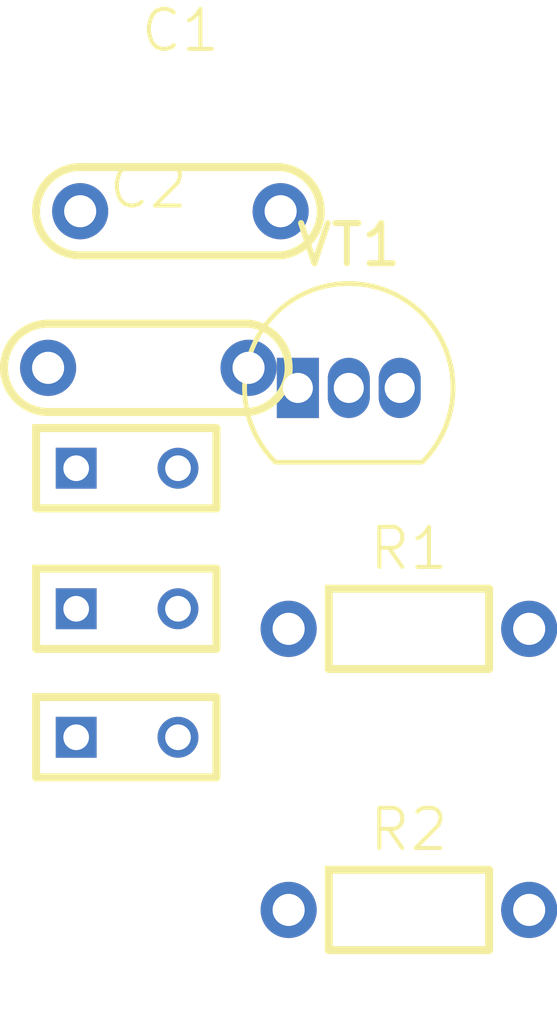
<source format=kicad_pcb>
(kicad_pcb (version 20240108) (generator "pcbnew") (generator_version "8.0")
  (layers (0 "F.Cu" signal) (31 "B.Cu" signal) (34 "B.Paste" user) (35 "F.Paste" user) (36 "B.SilkS" user "B.Silkscreen") (37 "F.SilkS" user "F.Silkscreen") (38 "B.Mask" user) (39 "F.Mask" user) (44 "Edge.Cuts" user))
  (net 0 "")
  (net 9 "GND")
  (footprint "Pr7:PLS-2" (layer "F.Cu") (at 31.7 45.7)
    (property "Reference" "XP3" (hide yes))
    (property "Value" "~")
    (fp_rect (start -1 -1) (end 3.5 1) (stroke (width 0.2)) (fill none) (layer "F.SilkS"))
    (pad "1" thru_hole rect (at 0 0) (size 1.02 1.02) (drill 0.64) (layers "*.Cu" "*.Mask"))
    (pad "2" thru_hole circle (at 2.54 0) (size 1.02 1.02) (drill 0.64) (layers "*.Cu" "*.Mask") (net 9 "GND"))
  )
  (footprint "Pr2:CAP_CERAM_L5.0D0.8" (layer "F.Cu") (at 33.5 36.5)
    (property "Reference" "C2" (at 0 -4.5 0) (layer "F.SilkS") (effects (font (thickness 0.1))))
    (property "Value" "10nF")
    (fp_line (start -2.5 -1.1) (end 2.495464 -1.1) (stroke (width 0.2)) (layer "F.SilkS"))
    (fp_line (start -2.5 1.1) (end 2.495464 1.1) (stroke (width 0.2)) (layer "F.SilkS"))
    (fp_arc (start -2.5 1.1) (mid -3.6 0) (end -2.5 -1.1) (stroke (width 0.2)) (layer "F.SilkS"))
    (fp_arc (start 2.495464 -1.1) (mid 3.5 0) (end 2.495464 1.1) (stroke (width 0.2)) (layer "F.SilkS"))
    (pad "1" thru_hole circle (at -2.5 0) (size 1.4 1.4) (drill 0.8) (layers "*.Cu" "*.Mask"))
    (pad "2" thru_hole circle (at 2.5 0) (size 1.4 1.4) (drill 0.8) (layers "*.Cu" "*.Mask"))
  )
  (footprint "Package_TO_SOT_THT:TO-92_Inline" (layer "F.Cu") (at 37.23 37)
    (property "Reference" "VT1" (at 1.27 -3.56 0) (layer "F.SilkS"))
    (property "Value" "2N3904" (hide yes))
    (fp_line (start -0.53 1.85) (end 3.07 1.85) (stroke (width 0.12)) (layer "F.SilkS"))
    (fp_arc (start -0.568478 1.838478) (mid -1.132087 -0.994977) (end 1.27 -2.6) (stroke (width 0.12)) (layer "F.SilkS"))
    (fp_arc (start 1.27 -2.6) (mid 3.672087 -0.994977) (end 3.108478 1.838478) (stroke (width 0.12)) (layer "F.SilkS"))
    (pad "1" thru_hole rect (at 0 0) (size 1.05 1.5) (drill 0.75) (layers "*.Cu" "*.Mask") (net 9 "GND"))
    (pad "2" thru_hole oval (at 1.27 0) (size 1.05 1.5) (drill 0.75) (layers "*.Cu" "*.Mask"))
    (pad "3" thru_hole oval (at 2.54 0) (size 1.05 1.5) (drill 0.75) (layers "*.Cu" "*.Mask"))
  )
  (footprint "Pr7:PLS-2" (layer "F.Cu") (at 31.7 42.5)
    (property "Reference" "XP2" (hide yes))
    (property "Value" "~")
    (fp_rect (start -1 -1) (end 3.5 1) (stroke (width 0.2)) (fill none) (layer "F.SilkS"))
    (pad "1" thru_hole rect (at 0 0) (size 1.02 1.02) (drill 0.64) (layers "*.Cu" "*.Mask"))
    (pad "2" thru_hole circle (at 2.54 0) (size 1.02 1.02) (drill 0.64) (layers "*.Cu" "*.Mask") (net 9 "GND"))
  )
  (footprint "Pr2:RES_CONST_L6.0D0.8" (layer "F.Cu") (at 40 43)
    (property "Reference" "R1" (at 0 -2 0) (layer "F.SilkS") (effects (font (thickness 0.1))))
    (property "Value" "10K")
    (fp_rect (start -2 -1) (end 2 1) (stroke (width 0.2)) (fill none) (layer "F.SilkS"))
    (pad "1" thru_hole circle (at -3 0) (size 1.4 1.4) (drill 0.8) (layers "*.Cu" "*.Mask"))
    (pad "2" thru_hole circle (at 3 0 270) (size 1.4 1.4) (drill 0.8) (layers "*.Cu" "*.Mask"))
  )
  (footprint "Pr2:RES_CONST_L6.0D0.8" (layer "F.Cu") (at 40 50)
    (property "Reference" "R2" (at 0 -2 0) (layer "F.SilkS") (effects (font (thickness 0.1))))
    (property "Value" "2K")
    (fp_rect (start -2 -1) (end 2 1) (stroke (width 0.2)) (fill none) (layer "F.SilkS"))
    (pad "1" thru_hole circle (at -3 0) (size 1.4 1.4) (drill 0.8) (layers "*.Cu" "*.Mask"))
    (pad "2" thru_hole circle (at 3 0 270) (size 1.4 1.4) (drill 0.8) (layers "*.Cu" "*.Mask"))
  )
  (footprint "Pr2:CAP_CERAM_L5.0D0.8" (layer "F.Cu") (at 34.3 32.6)
    (property "Reference" "C1" (at 0 -4.5 0) (layer "F.SilkS") (effects (font (thickness 0.1))))
    (property "Value" "10nF")
    (fp_line (start -2.5 -1.1) (end 2.495464 -1.1) (stroke (width 0.2)) (layer "F.SilkS"))
    (fp_line (start -2.5 1.1) (end 2.495464 1.1) (stroke (width 0.2)) (layer "F.SilkS"))
    (fp_arc (start -2.5 1.1) (mid -3.6 0) (end -2.5 -1.1) (stroke (width 0.2)) (layer "F.SilkS"))
    (fp_arc (start 2.495464 -1.1) (mid 3.5 0) (end 2.495464 1.1) (stroke (width 0.2)) (layer "F.SilkS"))
    (pad "1" thru_hole circle (at -2.5 0) (size 1.4 1.4) (drill 0.8) (layers "*.Cu" "*.Mask"))
    (pad "2" thru_hole circle (at 2.5 0) (size 1.4 1.4) (drill 0.8) (layers "*.Cu" "*.Mask"))
  )
  (footprint "Pr7:PLS-2" (layer "F.Cu") (at 31.7 39)
    (property "Reference" "XP1" (hide yes))
    (property "Value" "~")
    (fp_rect (start -1 -1) (end 3.5 1) (stroke (width 0.2)) (fill none) (layer "F.SilkS"))
    (pad "1" thru_hole rect (at 0 0) (size 1.02 1.02) (drill 0.64) (layers "*.Cu" "*.Mask"))
    (pad "2" thru_hole circle (at 2.54 0) (size 1.02 1.02) (drill 0.64) (layers "*.Cu" "*.Mask") (net 9 "GND"))
  )
)
</source>
